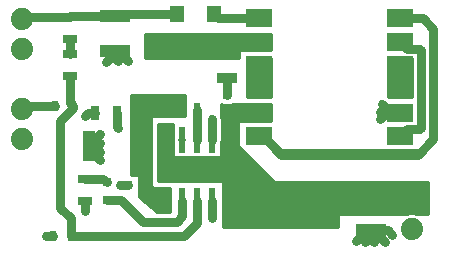
<source format=gtl>
%TF.GenerationSoftware,KiCad,Pcbnew,4.0.6*%
%TF.CreationDate,2017-10-03T21:34:55-04:00*%
%TF.ProjectId,HVPS_SMD,485650535F534D442E6B696361645F70,rev?*%
%TF.FileFunction,Copper,L1,Top,Signal*%
%FSLAX46Y46*%
G04 Gerber Fmt 4.6, Leading zero omitted, Abs format (unit mm)*
G04 Created by KiCad (PCBNEW 4.0.6) date 10/03/17 21:34:55*
%MOMM*%
%LPD*%
G01*
G04 APERTURE LIST*
%ADD10C,0.127000*%
%ADD11R,2.500000X1.000000*%
%ADD12R,0.800000X0.750000*%
%ADD13R,0.750000X0.800000*%
%ADD14R,1.193800X1.397000*%
%ADD15C,1.879600*%
%ADD16R,1.300000X0.700000*%
%ADD17R,0.500000X0.900000*%
%ADD18R,0.700000X1.300000*%
%ADD19R,1.000000X2.500000*%
%ADD20R,1.700000X0.900000*%
%ADD21R,2.247900X1.498600*%
%ADD22R,0.599440X2.199640*%
%ADD23R,0.599440X1.198880*%
%ADD24C,0.685800*%
%ADD25C,0.800000*%
%ADD26C,0.254000*%
G04 APERTURE END LIST*
D10*
D11*
X209931000Y-78407000D03*
X209931000Y-81407000D03*
D12*
X189369000Y-77597000D03*
X190869000Y-77597000D03*
D11*
X188214000Y-63270000D03*
X188214000Y-66270000D03*
D13*
X187579000Y-77355000D03*
X187579000Y-78855000D03*
X197739000Y-69989000D03*
X197739000Y-71489000D03*
D14*
X196621400Y-63119000D03*
X193522600Y-63119000D03*
D15*
X180340000Y-66040000D03*
X180340000Y-63500000D03*
D16*
X184404000Y-63312000D03*
X184404000Y-65212000D03*
X184404000Y-66487000D03*
X184404000Y-68387000D03*
D17*
X184519000Y-81915000D03*
X183019000Y-81915000D03*
X183146000Y-70866000D03*
X184646000Y-70866000D03*
D16*
X185674000Y-77028000D03*
X185674000Y-78928000D03*
D18*
X186502000Y-71501000D03*
X188402000Y-71501000D03*
D19*
X190918000Y-74295000D03*
X186018000Y-74295000D03*
D20*
X197739000Y-68506000D03*
X197739000Y-65606000D03*
D21*
X200400920Y-63454280D03*
X200400920Y-65453260D03*
X200400920Y-67454780D03*
X200400920Y-69451220D03*
X200400920Y-71452740D03*
X200400920Y-73451720D03*
X212349080Y-73451720D03*
X212349080Y-71452740D03*
X212349080Y-69451220D03*
X212349080Y-67454780D03*
X212349080Y-65453260D03*
X212349080Y-63454280D03*
D15*
X180340000Y-71120000D03*
X180340000Y-73660000D03*
X213360000Y-81280000D03*
X213360000Y-78740000D03*
D22*
X192659000Y-78925420D03*
X193929000Y-78925420D03*
X195199000Y-78925420D03*
X196469000Y-78925420D03*
X196469000Y-73728580D03*
X195199000Y-73728580D03*
X193929000Y-73728580D03*
X192659000Y-73728580D03*
D23*
X191389000Y-71247000D03*
X192659000Y-71247000D03*
X193929000Y-71247000D03*
X195199000Y-71247000D03*
X195199000Y-65648840D03*
X193929000Y-65648840D03*
X192659000Y-65648840D03*
X191389000Y-65648840D03*
D24*
X187452000Y-67183000D03*
X188468000Y-67056000D03*
X189357000Y-67056000D03*
X188633009Y-77597000D03*
X185674000Y-79756000D03*
X182372000Y-81915000D03*
X196469000Y-80391000D03*
X196469000Y-72009000D03*
X186944000Y-75438000D03*
X186944000Y-74803000D03*
X186944000Y-74041000D03*
X186944000Y-73279000D03*
X210693000Y-72009000D03*
X210693000Y-71374000D03*
X210820000Y-70739000D03*
X211709000Y-81788000D03*
X211074000Y-82423000D03*
X210185000Y-82423000D03*
X209423000Y-82423000D03*
X208661000Y-82296000D03*
X185674000Y-71755000D03*
X193929000Y-73728580D03*
X188468000Y-72771000D03*
D25*
X209931000Y-78407000D02*
X207881000Y-78407000D01*
X207881000Y-78407000D02*
X207754000Y-78280000D01*
X207754000Y-78280000D02*
X202178748Y-78280000D01*
X213360000Y-78740000D02*
X210264000Y-78740000D01*
X210264000Y-78740000D02*
X209931000Y-78407000D01*
X197739000Y-73840252D02*
X197739000Y-75035322D01*
X197739000Y-75035322D02*
X197291921Y-75482401D01*
X197291921Y-75482401D02*
X193106079Y-75482401D01*
X193106079Y-75482401D02*
X192659000Y-75035322D01*
X192659000Y-75035322D02*
X192659000Y-73728580D01*
X197739000Y-71489000D02*
X200364660Y-71489000D01*
X200364660Y-71489000D02*
X200400920Y-71452740D01*
X202178748Y-78280000D02*
X197739000Y-73840252D01*
X197739000Y-73840252D02*
X197739000Y-72689000D01*
X197739000Y-72689000D02*
X197739000Y-71489000D01*
X188214000Y-66270000D02*
X188214000Y-66421000D01*
X188214000Y-66421000D02*
X187452000Y-67183000D01*
X188214000Y-66270000D02*
X188214000Y-66802000D01*
X188214000Y-66802000D02*
X188468000Y-67056000D01*
X188214000Y-66270000D02*
X188571000Y-66270000D01*
X188571000Y-66270000D02*
X189357000Y-67056000D01*
X189369000Y-77597000D02*
X188633009Y-77597000D01*
X185674000Y-78928000D02*
X185674000Y-79756000D01*
X183019000Y-81915000D02*
X182372000Y-81915000D01*
X196469000Y-78925420D02*
X196469000Y-80391000D01*
X196469000Y-73728580D02*
X196469000Y-72009000D01*
X186018000Y-74295000D02*
X186018000Y-74512000D01*
X186018000Y-74512000D02*
X186944000Y-75438000D01*
X186018000Y-74295000D02*
X186436000Y-74295000D01*
X186436000Y-74295000D02*
X186944000Y-74803000D01*
X186018000Y-74295000D02*
X186690000Y-74295000D01*
X186690000Y-74295000D02*
X186944000Y-74041000D01*
X186018000Y-74295000D02*
X186018000Y-74205000D01*
X186018000Y-74205000D02*
X186944000Y-73279000D01*
X212349080Y-71452740D02*
X211249260Y-71452740D01*
X211249260Y-71452740D02*
X210693000Y-72009000D01*
X212349080Y-71452740D02*
X210771740Y-71452740D01*
X210771740Y-71452740D02*
X210693000Y-71374000D01*
X212349080Y-71452740D02*
X211533740Y-71452740D01*
X211533740Y-71452740D02*
X210820000Y-70739000D01*
X209931000Y-81407000D02*
X211328000Y-81407000D01*
X211328000Y-81407000D02*
X211709000Y-81788000D01*
X209931000Y-81407000D02*
X210058000Y-81407000D01*
X210058000Y-81407000D02*
X211074000Y-82423000D01*
X209931000Y-81407000D02*
X209931000Y-82169000D01*
X209931000Y-82169000D02*
X210185000Y-82423000D01*
X209931000Y-81407000D02*
X209931000Y-81915000D01*
X209931000Y-81915000D02*
X209423000Y-82423000D01*
X209931000Y-81407000D02*
X209550000Y-81407000D01*
X209550000Y-81407000D02*
X208661000Y-82296000D01*
X192659000Y-71247000D02*
X193929000Y-71247000D01*
X191389000Y-71247000D02*
X192659000Y-71247000D01*
X190918000Y-74295000D02*
X190918000Y-71718000D01*
X190918000Y-71718000D02*
X191389000Y-71247000D01*
X190869000Y-77597000D02*
X190869000Y-74344000D01*
X190869000Y-74344000D02*
X190918000Y-74295000D01*
X192659000Y-78925420D02*
X192197420Y-78925420D01*
X192197420Y-78925420D02*
X190869000Y-77597000D01*
X184404000Y-63312000D02*
X180528000Y-63312000D01*
X180528000Y-63312000D02*
X180340000Y-63500000D01*
X188214000Y-63270000D02*
X184446000Y-63270000D01*
X184446000Y-63270000D02*
X184404000Y-63312000D01*
X193522600Y-63119000D02*
X188365000Y-63119000D01*
X188365000Y-63119000D02*
X188214000Y-63270000D01*
X186502000Y-71501000D02*
X185928000Y-71501000D01*
X185928000Y-71501000D02*
X185674000Y-71755000D01*
X183146000Y-70866000D02*
X180594000Y-70866000D01*
X180594000Y-70866000D02*
X180340000Y-71120000D01*
X184404000Y-65212000D02*
X184404000Y-66487000D01*
X184519000Y-81153000D02*
X184519000Y-81661000D01*
X184519000Y-80411000D02*
X184519000Y-81153000D01*
X184519000Y-81153000D02*
X184519000Y-81915000D01*
X184519000Y-81915000D02*
X194109240Y-81915000D01*
X194109240Y-81915000D02*
X195199000Y-80825240D01*
X195199000Y-80825240D02*
X195199000Y-78925420D01*
X184646000Y-70866000D02*
X184646000Y-71066000D01*
X184646000Y-71066000D02*
X183596000Y-72116000D01*
X183596000Y-72116000D02*
X183596000Y-79488000D01*
X183596000Y-79488000D02*
X184519000Y-80411000D01*
X184404000Y-68387000D02*
X184404000Y-70624000D01*
X184404000Y-70624000D02*
X184646000Y-70866000D01*
X200775570Y-73451720D02*
X202178871Y-74855021D01*
X202178871Y-74855021D02*
X213996231Y-74855021D01*
X200400920Y-73451720D02*
X200775570Y-73451720D01*
X200775570Y-73451720D02*
X202324870Y-75001020D01*
X202324870Y-75001020D02*
X213850232Y-75001020D01*
X213850232Y-75001020D02*
X215181042Y-73670210D01*
X215181042Y-73670210D02*
X215181042Y-64362292D01*
X215181042Y-64362292D02*
X214273030Y-63454280D01*
X214273030Y-63454280D02*
X212349080Y-63454280D01*
X212944759Y-72856041D02*
X212349080Y-73451720D01*
X213996231Y-72856041D02*
X212944759Y-72856041D01*
X214127031Y-72725241D02*
X213996231Y-72856041D01*
X214127031Y-66182279D02*
X214127031Y-72725241D01*
X212947299Y-66051479D02*
X213996231Y-66051479D01*
X212349080Y-65453260D02*
X212947299Y-66051479D01*
X213996231Y-66051479D02*
X214127031Y-66182279D01*
X200400920Y-63454280D02*
X196956680Y-63454280D01*
X196956680Y-63454280D02*
X196621400Y-63119000D01*
X185674000Y-77028000D02*
X187252000Y-77028000D01*
X187252000Y-77028000D02*
X187579000Y-77355000D01*
X187579000Y-78855000D02*
X188754000Y-78855000D01*
X188754000Y-78855000D02*
X190578241Y-80679241D01*
X190578241Y-80679241D02*
X193481921Y-80679241D01*
X193481921Y-80679241D02*
X193929000Y-80232162D01*
X193929000Y-80232162D02*
X193929000Y-78925420D01*
X197739000Y-68506000D02*
X197739000Y-69989000D01*
X188402000Y-71501000D02*
X188402000Y-72705000D01*
X188402000Y-72705000D02*
X188468000Y-72771000D01*
X192659000Y-65648840D02*
X191389000Y-65648840D01*
X193929000Y-65648840D02*
X192659000Y-65648840D01*
X195199000Y-65648840D02*
X193929000Y-65648840D01*
X197739000Y-65606000D02*
X195241840Y-65606000D01*
X195241840Y-65606000D02*
X195199000Y-65648840D01*
X200400920Y-65453260D02*
X197891740Y-65453260D01*
X197891740Y-65453260D02*
X197739000Y-65606000D01*
X195199000Y-71247000D02*
X195199000Y-73728580D01*
D26*
G36*
X212947299Y-66832479D02*
X213346031Y-66832479D01*
X213346031Y-70104000D01*
X211328000Y-70104000D01*
X211328000Y-66802000D01*
X212794070Y-66802000D01*
X212947299Y-66832479D01*
X212947299Y-66832479D01*
G37*
X212947299Y-66832479D02*
X213346031Y-66832479D01*
X213346031Y-70104000D01*
X211328000Y-70104000D01*
X211328000Y-66802000D01*
X212794070Y-66802000D01*
X212947299Y-66832479D01*
G36*
X201422000Y-70104000D02*
X199390000Y-70104000D01*
X199390000Y-66802000D01*
X201422000Y-66802000D01*
X201422000Y-70104000D01*
X201422000Y-70104000D01*
G37*
X201422000Y-70104000D02*
X199390000Y-70104000D01*
X199390000Y-66802000D01*
X201422000Y-66802000D01*
X201422000Y-70104000D01*
G36*
X201422000Y-72136000D02*
X198755000Y-72136000D01*
X198705590Y-72146006D01*
X198663965Y-72174447D01*
X198636685Y-72216841D01*
X198628000Y-72263000D01*
X198628000Y-74168000D01*
X198638006Y-74217410D01*
X198665197Y-74257803D01*
X201713197Y-77305803D01*
X201755211Y-77333666D01*
X201803000Y-77343000D01*
X214757000Y-77343000D01*
X214757000Y-80010000D01*
X213745662Y-80010000D01*
X213623876Y-79959430D01*
X213098429Y-79958971D01*
X212974929Y-80010000D01*
X207264000Y-80010000D01*
X207214590Y-80020006D01*
X207172965Y-80048447D01*
X207145685Y-80090841D01*
X207137000Y-80137000D01*
X207137000Y-81153000D01*
X197358000Y-81153000D01*
X197358000Y-77343000D01*
X197347994Y-77293590D01*
X197319553Y-77251965D01*
X197277159Y-77224685D01*
X197231000Y-77216000D01*
X191897000Y-77216000D01*
X191897000Y-72390000D01*
X193167000Y-72390000D01*
X193167000Y-75057000D01*
X193177006Y-75106410D01*
X193205447Y-75148035D01*
X193247841Y-75175315D01*
X193294000Y-75184000D01*
X193474840Y-75184000D01*
X193478146Y-75186259D01*
X193629280Y-75216864D01*
X194228720Y-75216864D01*
X194369910Y-75190297D01*
X194379696Y-75184000D01*
X194744840Y-75184000D01*
X194748146Y-75186259D01*
X194899280Y-75216864D01*
X195498720Y-75216864D01*
X195639910Y-75190297D01*
X195649696Y-75184000D01*
X196014840Y-75184000D01*
X196018146Y-75186259D01*
X196169280Y-75216864D01*
X196768720Y-75216864D01*
X196909910Y-75190297D01*
X196919696Y-75184000D01*
X197104000Y-75184000D01*
X197153410Y-75173994D01*
X197195035Y-75145553D01*
X197222315Y-75103159D01*
X197231000Y-75057000D01*
X197231000Y-73824100D01*
X197250000Y-73728580D01*
X197250000Y-72009000D01*
X197231000Y-71913480D01*
X197231000Y-70750531D01*
X197364000Y-70777464D01*
X198114000Y-70777464D01*
X198255190Y-70750897D01*
X198273679Y-70739000D01*
X201422000Y-70739000D01*
X201422000Y-72136000D01*
X201422000Y-72136000D01*
G37*
X201422000Y-72136000D02*
X198755000Y-72136000D01*
X198705590Y-72146006D01*
X198663965Y-72174447D01*
X198636685Y-72216841D01*
X198628000Y-72263000D01*
X198628000Y-74168000D01*
X198638006Y-74217410D01*
X198665197Y-74257803D01*
X201713197Y-77305803D01*
X201755211Y-77333666D01*
X201803000Y-77343000D01*
X214757000Y-77343000D01*
X214757000Y-80010000D01*
X213745662Y-80010000D01*
X213623876Y-79959430D01*
X213098429Y-79958971D01*
X212974929Y-80010000D01*
X207264000Y-80010000D01*
X207214590Y-80020006D01*
X207172965Y-80048447D01*
X207145685Y-80090841D01*
X207137000Y-80137000D01*
X207137000Y-81153000D01*
X197358000Y-81153000D01*
X197358000Y-77343000D01*
X197347994Y-77293590D01*
X197319553Y-77251965D01*
X197277159Y-77224685D01*
X197231000Y-77216000D01*
X191897000Y-77216000D01*
X191897000Y-72390000D01*
X193167000Y-72390000D01*
X193167000Y-75057000D01*
X193177006Y-75106410D01*
X193205447Y-75148035D01*
X193247841Y-75175315D01*
X193294000Y-75184000D01*
X193474840Y-75184000D01*
X193478146Y-75186259D01*
X193629280Y-75216864D01*
X194228720Y-75216864D01*
X194369910Y-75190297D01*
X194379696Y-75184000D01*
X194744840Y-75184000D01*
X194748146Y-75186259D01*
X194899280Y-75216864D01*
X195498720Y-75216864D01*
X195639910Y-75190297D01*
X195649696Y-75184000D01*
X196014840Y-75184000D01*
X196018146Y-75186259D01*
X196169280Y-75216864D01*
X196768720Y-75216864D01*
X196909910Y-75190297D01*
X196919696Y-75184000D01*
X197104000Y-75184000D01*
X197153410Y-75173994D01*
X197195035Y-75145553D01*
X197222315Y-75103159D01*
X197231000Y-75057000D01*
X197231000Y-73824100D01*
X197250000Y-73728580D01*
X197250000Y-72009000D01*
X197231000Y-71913480D01*
X197231000Y-70750531D01*
X197364000Y-70777464D01*
X198114000Y-70777464D01*
X198255190Y-70750897D01*
X198273679Y-70739000D01*
X201422000Y-70739000D01*
X201422000Y-72136000D01*
G36*
X201422000Y-66167000D02*
X198882000Y-66167000D01*
X198832590Y-66177006D01*
X198790965Y-66205447D01*
X198763685Y-66247841D01*
X198755000Y-66294000D01*
X198755000Y-66802000D01*
X190754000Y-66802000D01*
X190754000Y-64770000D01*
X201422000Y-64770000D01*
X201422000Y-66167000D01*
X201422000Y-66167000D01*
G37*
X201422000Y-66167000D02*
X198882000Y-66167000D01*
X198832590Y-66177006D01*
X198790965Y-66205447D01*
X198763685Y-66247841D01*
X198755000Y-66294000D01*
X198755000Y-66802000D01*
X190754000Y-66802000D01*
X190754000Y-64770000D01*
X201422000Y-64770000D01*
X201422000Y-66167000D01*
G36*
X194183000Y-71755000D02*
X191389000Y-71755000D01*
X191339590Y-71765006D01*
X191297965Y-71793447D01*
X191270685Y-71835841D01*
X191262000Y-71882000D01*
X191262000Y-77724000D01*
X191272006Y-77773410D01*
X191300447Y-77815035D01*
X191342841Y-77842315D01*
X191389000Y-77851000D01*
X192913000Y-77851000D01*
X192913000Y-79883000D01*
X191816521Y-79883000D01*
X190246000Y-78554097D01*
X190246000Y-76835000D01*
X190235994Y-76785590D01*
X190207553Y-76743965D01*
X190165159Y-76716685D01*
X190119000Y-76708000D01*
X189611000Y-76708000D01*
X189611000Y-69977000D01*
X194183000Y-69977000D01*
X194183000Y-71755000D01*
X194183000Y-71755000D01*
G37*
X194183000Y-71755000D02*
X191389000Y-71755000D01*
X191339590Y-71765006D01*
X191297965Y-71793447D01*
X191270685Y-71835841D01*
X191262000Y-71882000D01*
X191262000Y-77724000D01*
X191272006Y-77773410D01*
X191300447Y-77815035D01*
X191342841Y-77842315D01*
X191389000Y-77851000D01*
X192913000Y-77851000D01*
X192913000Y-79883000D01*
X191816521Y-79883000D01*
X190246000Y-78554097D01*
X190246000Y-76835000D01*
X190235994Y-76785590D01*
X190207553Y-76743965D01*
X190165159Y-76716685D01*
X190119000Y-76708000D01*
X189611000Y-76708000D01*
X189611000Y-69977000D01*
X194183000Y-69977000D01*
X194183000Y-71755000D01*
M02*

</source>
